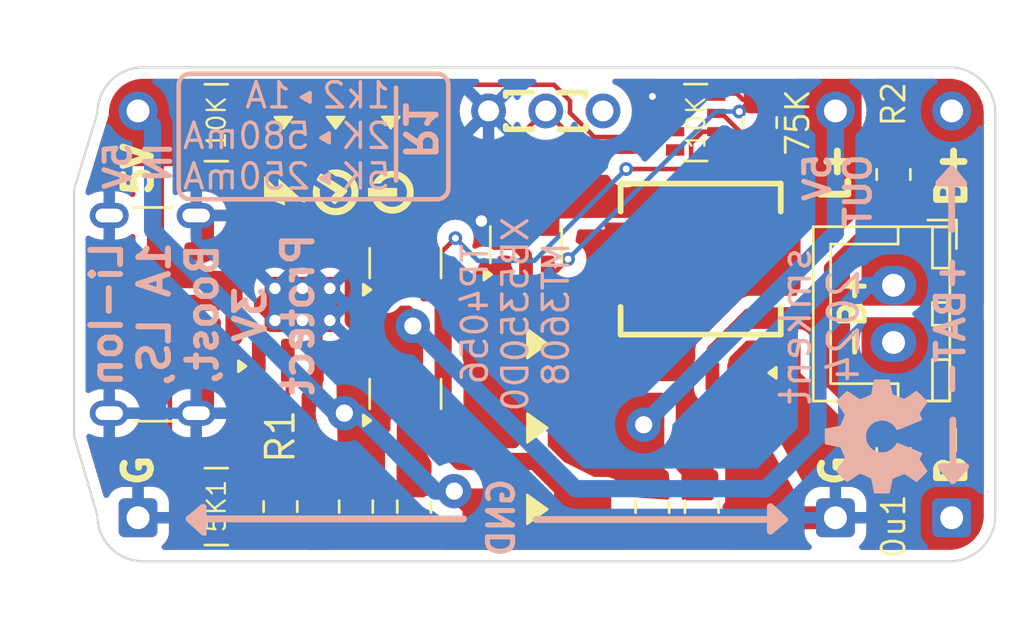
<source format=kicad_pcb>
(kicad_pcb (version 20240108) (generator "pcbnew") (generator_version "8.0")
  (layers (0 "F.Cu" signal) (31 "B.Cu" signal) (34 "B.Paste" user) (35 "F.Paste" user) (36 "B.SilkS" user "B.Silkscreen") (37 "F.SilkS" user "F.Silkscreen") (38 "B.Mask" user) (39 "F.Mask" user) (44 "Edge.Cuts" user))
  (net 0 "")
  (net 1 "GND")
  (net 2 "VIN")
  (net 3 "VOUT")
  (net 4 "B+")
  (net 5 "Net-(LED1-A)")
  (net 6 "Net-(LED1-K)")
  (net 7 "Net-(LED2-A)")
  (net 8 "Net-(LED2-K)")
  (net 9 "Net-(U1-PROG)")
  (net 10 "Net-(J0-CC1)")
  (net 11 "Net-(J0-CC2)")
  (net 14 "B-")
  (net 15 "BATVDD")
  (net 16 "BOOST")
  (net 17 "LOAD_SWITCH")
  (net 18 "Net-(D2-A)")
  (net 19 "Net-(LED3-A)")
  (net 20 "Net-(Q2-G)")
  (net 23 "Net-(RN3D-R4.1)")
  (footprint "Resistor_SMD:R_Array_Convex_4x0603" (layer "F.Cu") (at 125.338 111.2735)
    (property "Reference" "RN2" (hide yes))
    (property "Value" "5K1")
    (pad "1" smd rect (at -0.9 -1.2) (size 0.8 0.5) (layers "F.Cu" "F.Paste" "F.Mask") (net 11 "Net-(J0-CC2)"))
    (pad "2" smd rect (at -0.9 -0.4) (size 0.8 0.4) (layers "F.Cu" "F.Paste" "F.Mask") (net 10 "Net-(J0-CC1)"))
    (pad "3" smd rect (at -0.9 0.4) (size 0.8 0.4) (layers "F.Cu" "F.Paste" "F.Mask") (net 1 "GND"))
    (pad "4" smd rect (at -0.9 1.2) (size 0.8 0.5) (layers "F.Cu" "F.Paste" "F.Mask") (net 1 "GND"))
    (pad "5" smd rect (at 0.9 1.2) (size 0.8 0.5) (layers "F.Cu" "F.Paste" "F.Mask") (net 1 "GND"))
    (pad "6" smd rect (at 0.9 0.4) (size 0.8 0.4) (layers "F.Cu" "F.Paste" "F.Mask") (net 1 "GND"))
    (pad "7" smd rect (at 0.9 -0.4) (size 0.8 0.4) (layers "F.Cu" "F.Paste" "F.Mask") (net 1 "GND"))
    (pad "8" smd rect (at 0.9 -1.2) (size 0.8 0.5) (layers "F.Cu" "F.Paste" "F.Mask") (net 1 "GND"))
  )
  (footprint "Resistor_SMD:R_0805_2012Metric_Pad1.20x1.40mm_HandSolder" (layer "F.Cu") (at 128.143 111.2735 -90)
    (property "Reference" "R1" (hide yes))
    (property "Value" "1K2")
    (pad "1" smd roundrect (at -1 0 270) (size 1.2 1.4) (layers "F.Cu" "F.Paste" "F.Mask") (roundrect_rratio 0.208333) (net 9 "Net-(U1-PROG)"))
    (pad "2" smd roundrect (at 1 0 270) (size 1.2 1.4) (layers "F.Cu" "F.Paste" "F.Mask") (roundrect_rratio 0.208333) (net 1 "GND"))
  )
  (footprint "custom:SOIC-8-1EP_3.9x4.9mm_P1.27mm_EP2.41x3.3mm_ThermalVias_CustomVias" (layer "F.Cu") (at 129.102 102.437 90)
    (property "Reference" "U1" (hide yes))
    (property "Value" "TP4056")
    (pad "1" smd roundrect (at -2.475 -1.905 90) (size 1.95 0.6) (layers "F.Cu" "F.Paste" "F.Mask") (net 1 "GND"))
    (pad "2" smd roundrect (at -2.475 -0.635 90) (size 1.95 0.6) (layers "F.Cu" "F.Paste" "F.Mask") (net 9 "Net-(U1-PROG)"))
    (pad "3" smd roundrect (at -2.475 0.635 90) (size 1.95 0.6) (layers "F.Cu" "F.Paste" "F.Mask") (net 1 "GND"))
    (pad "4" smd roundrect (at -2.475 1.905 90) (size 1.95 0.6) (layers "F.Cu" "F.Paste" "F.Mask") (net 2 "VIN"))
    (pad "5" smd roundrect (at 2.475 1.905 90) (size 1.95 0.6) (layers "F.Cu" "F.Paste" "F.Mask") (net 4 "B+"))
    (pad "6" smd roundrect (at 2.475 0.635 90) (size 1.95 0.6) (layers "F.Cu" "F.Paste" "F.Mask") (net 8 "Net-(LED2-K)"))
    (pad "7" smd roundrect (at 2.475 -0.635 90) (size 1.95 0.6) (layers "F.Cu" "F.Paste" "F.Mask") (net 6 "Net-(LED1-K)"))
    (pad "8" smd roundrect (at 2.475 -1.905 90) (size 1.95 0.6) (layers "F.Cu" "F.Paste" "F.Mask") (net 2 "VIN"))
    (pad "9" thru_hole circle (at -0.7 -1.2 90) (size 0.8 0.8) (drill 0.5) (property pad_prop_heatsink) (layers "*.Cu") (net 1 "GND"))
    (pad "9" thru_hole circle (at -0.7 0 90) (size 0.8 0.8) (drill 0.5) (property pad_prop_heatsink) (layers "*.Cu") (net 1 "GND"))
    (pad "9" thru_hole circle (at -0.7 1.2 90) (size 0.8 0.8) (drill 0.5) (property pad_prop_heatsink) (layers "*.Cu") (net 1 "GND"))
    (pad "9" smd rect (at 0 0 90) (size 1.9 2.9) (property pad_prop_heatsink) (layers "B.Cu") (net 1 "GND"))
    (pad "9" smd roundrect (at 0 0 90) (size 2.41 3.3) (property pad_prop_heatsink) (layers "F.Cu" "F.Mask") (roundrect_rratio 0.1037344398) (net 1 "GND"))
    (pad "9" thru_hole circle (at 0.7 -1.2 90) (size 0.8 0.8) (drill 0.5) (property pad_prop_heatsink) (layers "*.Cu") (net 1 "GND"))
    (pad "9" thru_hole circle (at 0.7 0 90) (size 0.8 0.8) (drill 0.5) (property pad_prop_heatsink) (layers "*.Cu") (net 1 "GND"))
    (pad "9" thru_hole circle (at 0.7 1.2 90) (size 0.8 0.8) (drill 0.5) (property pad_prop_heatsink) (layers "*.Cu") (net 1 "GND"))
  )
  (footprint "custom:JST_XH_B2B-XH-A_1x02_P2.50mm_Vertical_simple" (layer "F.Cu") (at 154.94 101.6 -90)
    (property "Reference" "BT1" (hide yes))
    (property "Value" "Battery_Cell")
    (pad "1" thru_hole oval (at 0 0 270) (size 1.7 2) (drill 1) (layers "*.Cu" "*.Mask") (net 4 "B+"))
    (pad "2" thru_hole oval (at 2.5 0 270) (size 1.7 2) (drill 1) (layers "*.Cu" "*.Mask") (net 14 "B-"))
  )
  (footprint "custom:D_SMA_simple" (layer "F.Cu") (at 139.351 107.823 180)
    (property "Reference" "D2" (hide yes))
    (property "Value" "SS34")
    (pad "1" smd roundrect (at -2 0 180) (size 2.5 1.8) (layers "F.Cu" "F.Paste" "F.Mask") (roundrect_rratio 0.1388888889) (net 3 "VOUT"))
    (pad "2" smd roundrect (at 2 0 180) (size 2.5 1.8) (layers "F.Cu" "F.Paste" "F.Mask") (roundrect_rratio 0.1388888889) (net 18 "Net-(D2-A)"))
  )
  (footprint "custom:D_SMA_simple" (layer "F.Cu") (at 139.351 104.14 180)
    (property "Reference" "D3" (hide yes))
    (property "Value" "SS34")
    (pad "1" smd roundrect (at -2 0 180) (size 2.5 1.8) (layers "F.Cu" "F.Paste" "F.Mask") (roundrect_rratio 0.1388888889) (net 16 "BOOST"))
    (pad "2" smd roundrect (at 2 0 180) (size 2.5 1.8) (layers "F.Cu" "F.Paste" "F.Mask") (roundrect_rratio 0.1388888889) (net 18 "Net-(D2-A)"))
  )
  (footprint "Capacitor_SMD:C_0805_2012Metric_Pad1.18x1.45mm_HandSolder" (layer "F.Cu") (at 131.445 111.2735 -90)
    (property "Reference" "C1" (hide yes))
    (property "Value" "10uF")
    (pad "1" smd roundrect (at -1.0375 0 270) (size 1.175 1.45) (layers "F.Cu" "F.Paste" "F.Mask") (roundrect_rratio 0.212766) (net 2 "VIN"))
    (pad "2" smd roundrect (at 1.0375 0 270) (size 1.175 1.45) (layers "F.Cu" "F.Paste" "F.Mask") (roundrect_rratio 0.212766) (net 1 "GND"))
  )
  (footprint "graphics:icon-check-mark-circle-2mm" (layer "F.Cu") (at 130.55617 97.536 90)
    (property "Reference" "G***" (hide yes))
    (property "Value" "LOGO" (hide yes))
  )
  (footprint "Resistor_SMD:R_0805_2012Metric_Pad1.20x1.40mm_HandSolder" (layer "F.Cu") (at 149.098 94.488 90)
    (property "Reference" "R3" (hide yes))
    (property "Value" "75K")
    (pad "1" smd roundrect (at -1 0 90) (size 1.2 1.4) (layers "F.Cu" "F.Paste" "F.Mask") (roundrect_rratio 0.208333) (net 3 "VOUT"))
    (pad "2" smd roundrect (at 1 0 90) (size 1.2 1.4) (layers "F.Cu" "F.Paste" "F.Mask") (roundrect_rratio 0.208333) (net 23 "Net-(RN3D-R4.1)"))
  )
  (footprint "custom:LED_0805_2012Metric_Pad1.15x1.40mm_HandSolder_simple" (layer "F.Cu") (at 128.27 94.497 90)
    (property "Reference" "LED1" (hide yes))
    (property "Value" "Charge")
    (pad "1" smd roundrect (at -1.025 0 90) (size 1.15 1.4) (layers "F.Cu" "F.Paste" "F.Mask") (roundrect_rratio 0.217391) (net 6 "Net-(LED1-K)"))
    (pad "2" smd roundrect (at 1.025 0 90) (size 1.15 1.4) (layers "F.Cu" "F.Paste" "F.Mask") (roundrect_rratio 0.217391) (net 5 "Net-(LED1-A)"))
  )
  (footprint "Capacitor_SMD:C_0805_2012Metric_Pad1.18x1.45mm_HandSolder" (layer "F.Cu") (at 133.985 111.2735 90)
    (property "Reference" "C2" (hide yes))
    (property "Value" "10uF")
    (pad "1" smd roundrect (at -1.0375 0 90) (size 1.175 1.45) (layers "F.Cu" "F.Paste" "F.Mask") (roundrect_rratio 0.212766) (net 1 "GND"))
    (pad "2" smd roundrect (at 1.0375 0 90) (size 1.175 1.45) (layers "F.Cu" "F.Paste" "F.Mask") (roundrect_rratio 0.212766) (net 4 "B+"))
  )
  (footprint "graphics:icon-power-2mm" (layer "F.Cu") (at 132.969 97.536 90)
    (property "Reference" "G***" (hide yes))
    (property "Value" "LOGO" (hide yes))
  )
  (footprint "Package_TO_SOT_SMD:SOT-23-6" (layer "F.Cu") (at 138.877 99.8275 90)
    (property "Reference" "U3" (hide yes))
    (property "Value" "MT3608")
    (pad "1" smd roundrect (at -1.1375 -0.95 90) (size 1.325 0.6) (layers "F.Cu" "F.Paste" "F.Mask") (net 18 "Net-(D2-A)"))
    (pad "2" smd roundrect (at -1.1375 0 90) (size 1.325 0.6) (layers "F.Cu" "F.Paste" "F.Mask") (net 1 "GND"))
    (pad "3" smd roundrect (at -1.1375 0.95 90) (size 1.325 0.6) (layers "F.Cu" "F.Paste" "F.Mask") (net 23 "Net-(RN3D-R4.1)"))
    (pad "4" smd roundrect (at 1.1375 0.95 90) (size 1.325 0.6) (layers "F.Cu" "F.Paste" "F.Mask") (net 16 "BOOST"))
    (pad "5" smd roundrect (at 1.1375 0 90) (size 1.325 0.6) (layers "F.Cu" "F.Paste" "F.Mask") (net 16 "BOOST"))
    (pad "6" smd roundrect (at 1.1375 -0.95 90) (size 1.325 0.6) (layers "F.Cu" "F.Paste" "F.Mask"))
  )
  (footprint "custom:SOT-23-5_simple" (layer "F.Cu") (at 147.973 106.727 -90)
    (property "Reference" "U2" (hide yes))
    (property "Value" "XB5350D0")
    (pad "1" smd roundrect (at -1.1375 -0.95 270) (size 1.325 0.6) (layers "F.Cu" "F.Paste" "F.Mask"))
    (pad "2" smd roundrect (at -1.1375 0 270) (size 1.325 0.6) (layers "F.Cu" "F.Paste" "F.Mask") (net 14 "B-"))
    (pad "3" smd roundrect (at -1.1375 0.95 270) (size 1.325 0.6) (layers "F.Cu" "F.Paste" "F.Mask") (net 15 "BATVDD"))
    (pad "4" smd roundrect (at 1.1375 0.95 270) (size 1.325 0.6) (layers "F.Cu" "F.Paste" "F.Mask") (net 1 "GND"))
    (pad "5" smd roundrect (at 1.1375 -0.95 270) (size 1.325 0.6) (layers "F.Cu" "F.Paste" "F.Mask") (net 1 "GND"))
  )
  (footprint "Capacitor_SMD:C_0805_2012Metric_Pad1.18x1.45mm_HandSolder" (layer "F.Cu") (at 154.94 108.9875 90)
    (property "Reference" "C3" (hide yes))
    (property "Value" "0.1uF")
    (pad "1" smd roundrect (at -1.0375 0 90) (size 1.175 1.45) (layers "F.Cu" "F.Paste" "F.Mask") (roundrect_rratio 0.212766) (net 14 "B-"))
    (pad "2" smd roundrect (at 1.0375 0 90) (size 1.175 1.45) (layers "F.Cu" "F.Paste" "F.Mask") (roundrect_rratio 0.212766) (net 15 "BATVDD"))
  )
  (footprint "Resistor_SMD:R_Array_Convex_4x0603" (layer "F.Cu") (at 146.293 94.488 180)
    (property "Reference" "RN3" (hide yes))
    (property "Value" "10K")
    (pad "1" smd rect (at -0.9 -1.2 180) (size 0.8 0.5) (layers "F.Cu" "F.Paste" "F.Mask"))
    (pad "2" smd rect (at -0.9 -0.4 180) (size 0.8 0.4) (layers "F.Cu" "F.Paste" "F.Mask") (net 17 "LOAD_SWITCH"))
    (pad "3" smd rect (at -0.9 0.4 180) (size 0.8 0.4) (layers "F.Cu" "F.Paste" "F.Mask") (net 3 "VOUT"))
    (pad "4" smd rect (at -0.9 1.2 180) (size 0.8 0.5) (layers "F.Cu" "F.Paste" "F.Mask") (net 23 "Net-(RN3D-R4.1)"))
    (pad "5" smd rect (at 0.9 1.2 180) (size 0.8 0.5) (layers "F.Cu" "F.Paste" "F.Mask") (net 1 "GND"))
    (pad "6" smd rect (at 0.9 0.4 180) (size 0.8 0.4) (layers "F.Cu" "F.Paste" "F.Mask") (net 19 "Net-(LED3-A)"))
    (pad "7" smd rect (at 0.9 -0.4 180) (size 0.8 0.4) (layers "F.Cu" "F.Paste" "F.Mask") (net 20 "Net-(Q2-G)"))
    (pad "8" smd rect (at 0.9 -1.2 180) (size 0.8 0.5) (layers "F.Cu" "F.Paste" "F.Mask"))
  )
  (footprint "Capacitor_SMD:C_0805_2012Metric_Pad1.18x1.45mm_HandSolder" (layer "F.Cu") (at 146.558 111.2735 -90)
    (property "Reference" "C4" (hide yes))
    (property "Value" "10uF")
    (pad "1" smd roundrect (at -1.0375 0 270) (size 1.175 1.45) (layers "F.Cu" "F.Paste" "F.Mask") (roundrect_rratio 0.212766) (net 16 "BOOST"))
    (pad "2" smd roundrect (at 1.0375 0 270) (size 1.175 1.45) (layers "F.Cu" "F.Paste" "F.Mask") (roundrect_rratio 0.212766) (net 1 "GND"))
  )
  (footprint "Package_TO_SOT_SMD:SOT-23" (layer "F.Cu") (at 133.604 106.3475 90)
    (property "Reference" "Q1" (hide yes))
    (property "Value" "AO3401A")
    (pad "1" smd roundrect (at -0.9375 -0.95 90) (size 1.475 0.6) (layers "F.Cu" "F.Paste" "F.Mask") (net 2 "VIN"))
    (pad "2" smd roundrect (at -0.9375 0.95 90) (size 1.475 0.6) (layers "F.Cu" "F.Paste" "F.Mask") (net 17 "LOAD_SWITCH"))
    (pad "3" smd roundrect (at 0.9375 0 90) (size 1.475 0.6) (layers "F.Cu" "F.Paste" "F.Mask") (net 4 "B+"))
  )
  (footprint "custom:D_SMA_simple" (layer "F.Cu") (at 139.351 111.379 180)
    (property "Reference" "D1" (hide yes))
    (property "Value" "SS34")
    (pad "1" smd roundrect (at -2 0 180) (size 2.5 1.8) (layers "F.Cu" "F.Paste" "F.Mask") (roundrect_rratio 0.1388888889) (net 17 "LOAD_SWITCH"))
    (pad "2" smd roundrect (at 2 0 180) (size 2.5 1.8) (layers "F.Cu" "F.Paste" "F.Mask") (roundrect_rratio 0.1388888889) (net 2 "VIN"))
  )
  (footprint "custom:USB_C_Receptacle_GCT_USB4125-xx-x_6P_TopMnt_Horizontal_handsolder" (layer "F.Cu") (at 121.46 102.87 -90)
    (property "Reference" "J0" (hide yes))
    (property "Value" "USB_C_Receptacle_PowerOnly_6P")
    (pad "A5" smd roundrect (at -0.5 -3.28 270) (size 0.7 1.6) (layers "F.Cu" "F.Paste" "F.Mask") (net 10 "Net-(J0-CC1)"))
    (pad "A9" smd roundrect (at 1.52 -3.28 90) (size 0.76 1.6) (layers "F.Cu" "F.Paste" "F.Mask") (net 2 "VIN"))
    (pad "A12" smd roundrect (at 2.75 -3.28 90) (size 0.8 1.6) (layers "F.Cu" "F.Paste" "F.Mask") (net 1 "GND"))
    (pad "B5" smd roundrect (at 0.5 -3.28 90) (size 0.7 1.6) (layers "F.Cu" "F.Paste" "F.Mask") (net 11 "Net-(J0-CC2)"))
    (pad "B9" smd roundrect (at -1.52 -3.28 270) (size 0.76 1.6) (layers "F.Cu" "F.Paste" "F.Mask") (net 2 "VIN"))
    (pad "B12" smd roundrect (at -2.75 -3.28 270) (size 0.8 1.6) (layers "F.Cu" "F.Paste" "F.Mask") (net 1 "GND"))
    (pad "S1" thru_hole oval (at -4.32 -3 270) (size 1.1 1.7) (drill oval 0.6 1.2) (layers "*.Cu" "*.Mask" "F.Paste") (net 1 "GND"))
    (pad "S1" thru_hole oval (at -4.32 0.8 270) (size 1.1 1.7) (drill oval 0.6 1.2) (layers "*.Cu" "*.Mask" "F.Paste") (net 1 "GND"))
    (pad "S1" thru_hole oval (at 4.32 -3 270) (size 1.1 1.7) (drill oval 0.6 1.2) (layers "*.Cu" "*.Mask" "F.Paste") (net 1 "GND"))
    (pad "S1" thru_hole oval (at 4.32 0.8 270) (size 1.1 1.7) (drill oval 0.6 1.2) (layers "*.Cu" "*.Mask" "F.Paste") (net 1 "GND"))
  )
  (footprint "Resistor_SMD:R_0805_2012Metric_Pad1.20x1.40mm_HandSolder" (layer "F.Cu") (at 154.94 96.758 -90)
    (property "Reference" "R2" (hide yes))
    (property "Value" "100R")
    (pad "1" smd roundrect (at -1 0 270) (size 1.2 1.4) (layers "F.Cu" "F.Paste" "F.Mask") (roundrect_rratio 0.208333) (net 4 "B+"))
    (pad "2" smd roundrect (at 1 0 270) (size 1.2 1.4) (layers "F.Cu" "F.Paste" "F.Mask") (roundrect_rratio 0.208333) (net 15 "BATVDD"))
  )
  (footprint "Package_TO_SOT_SMD:SOT-23" (layer "F.Cu") (at 133.604 100.6325 90)
    (property "Reference" "Q2" (hide yes))
    (property "Value" "AO3401A")
    (pad "1" smd roundrect (at -0.9375 -0.95 90) (size 1.475 0.6) (layers "F.Cu" "F.Paste" "F.Mask") (net 20 "Net-(Q2-G)"))
    (pad "2" smd roundrect (at -0.9375 0.95 90) (size 1.475 0.6) (layers "F.Cu" "F.Paste" "F.Mask") (net 17 "LOAD_SWITCH"))
    (pad "3" smd roundrect (at 0.9375 0 90) (size 1.475 0.6) (layers "F.Cu" "F.Paste" "F.Mask") (net 16 "BOOST"))
  )
  (footprint "Capacitor_SMD:C_0805_2012Metric_Pad1.18x1.45mm_HandSolder" (layer "F.Cu") (at 144.399 111.2735 -90)
    (property "Reference" "C5" (hide yes))
    (property "Value" "10uF")
    (pad "1" smd roundrect (at -1.0375 0 270) (size 1.175 1.45) (layers "F.Cu" "F.Paste" "F.Mask") (roundrect_rratio 0.212766) (net 3 "VOUT"))
    (pad "2" smd roundrect (at 1.0375 0 270) (size 1.175 1.45) (layers "F.Cu" "F.Paste" "F.Mask") (roundrect_rratio 0.212766) (net 1 "GND"))
  )
  (footprint "custom:LED_0805_2012Metric_Pad1.15x1.40mm_HandSolder_simple" (layer "F.Cu") (at 130.556 94.497 90)
    (property "Reference" "LED2" (hide yes))
    (property "Value" "Done")
    (pad "1" smd roundrect (at -1.025 0 90) (size 1.15 1.4) (layers "F.Cu" "F.Paste" "F.Mask") (roundrect_rratio 0.217391) (net 8 "Net-(LED2-K)"))
    (pad "2" smd roundrect (at 1.025 0 90) (size 1.15 1.4) (layers "F.Cu" "F.Paste" "F.Mask") (roundrect_rratio 0.217391) (net 7 "Net-(LED2-A)"))
  )
  (footprint "custom:SW-TH_DEALON_SS-12D01-GX_simple" (layer "F.Cu") (at 139.74 93.98 180)
    (property "Reference" "SW1" (hide yes))
    (property "Value" "SW_SPDT")
    (pad "1" thru_hole circle (at -2.5 0 180) (size 1.52 1.52) (drill 0.9144) (layers "*.Cu" "*.Mask"))
    (pad "2" thru_hole circle (at 0 0 180) (size 1.52 1.52) (drill 0.9144) (layers "*.Cu" "*.Mask") (net 20 "Net-(Q2-G)"))
    (pad "3" thru_hole circle (at 2.5 0 180) (size 1.52 1.52) (drill 0.9144) (layers "*.Cu" "*.Mask") (net 1 "GND"))
  )
  (footprint "lcsc:IND-SMD_L7.0-W6.6" (layer "F.Cu") (at 146.51 100.457 180)
    (property "Reference" "L1" (hide yes))
    (property "Value" "22uH")
    (pad "1" smd rect (at -3 0 180) (size 2.4 3.2) (layers "F.Cu" "F.Paste" "F.Mask") (net 16 "BOOST"))
    (pad "2" smd rect (at 3 0 180) (size 2.4 3.2) (layers "F.Cu" "F.Paste" "F.Mask") (net 18 "Net-(D2-A)"))
  )
  (footprint "Resistor_SMD:R_Array_Convex_4x0603" (layer "F.Cu") (at 125.338 94.497 180)
    (property "Reference" "RN1" (hide yes))
    (property "Value" "10K")
    (pad "1" smd rect (at -0.9 -1.2 180) (size 0.8 0.5) (layers "F.Cu" "F.Paste" "F.Mask") (net 1 "GND"))
    (pad "2" smd rect (at -0.9 -0.4 180) (size 0.8 0.4) (layers "F.Cu" "F.Paste" "F.Mask") (net 7 "Net-(LED2-A)"))
    (pad "3" smd rect (at -0.9 0.4 180) (size 0.8 0.4) (layers "F.Cu" "F.Paste" "F.Mask") (net 5 "Net-(LED1-A)"))
    (pad "4" smd rect (at -0.9 1.2 180) (size 0.8 0.5) (layers "F.Cu" "F.Paste" "F.Mask"))
    (pad "5" smd rect (at 0.9 1.2 180) (size 0.8 0.5) (layers "F.Cu" "F.Paste" "F.Mask"))
    (pad "6" smd rect (at 0.9 0.4 180) (size 0.8 0.4) (layers "F.Cu" "F.Paste" "F.Mask") (net 2 "VIN"))
    (pad "7" smd rect (at 0.9 -0.4 180) (size 0.8 0.4) (layers "F.Cu" "F.Paste" "F.Mask") (net 2 "VIN"))
    (pad "8" smd rect (at 0.9 -1.2 180) (size 0.8 0.5) (layers "F.Cu" "F.Paste" "F.Mask") (net 2 "VIN"))
  )
  (footprint "custom:LED_0805_2012Metric_Pad1.15x1.40mm_HandSolder_simple" (layer "F.Cu") (at 132.969 94.488 90)
    (property "Reference" "LED3" (hide yes))
    (property "Value" "Boost")
    (pad "1" smd roundrect (at -1.025 0 90) (size 1.15 1.4) (layers "F.Cu" "F.Paste" "F.Mask") (roundrect_rratio 0.217391) (net 1 "GND"))
    (pad "2" smd roundrect (at 1.025 0 90) (size 1.15 1.4) (layers "F.Cu" "F.Paste" "F.Mask") (roundrect_rratio 0.217391) (net 19 "Net-(LED3-A)"))
  )
  (footprint "graphics:icon-lightning-bolt-2mm" (layer "F.Cu") (at 128.259888 97.536 90)
    (property "Reference" "G***" (hide yes))
    (property "Value" "LOGO" (hide yes))
  )
  (footprint "custom:PinHeader_1x01_P2.54mm_simple_square" (layer "B.Cu") (at 157.48 111.76 -90)
    (property "Reference" "J4" (hide yes))
    (property "Value" "Conn_01x01")
    (pad "1" thru_hole roundrect (at 0 0 270) (size 1.7 1.7) (drill 1) (layers "*.Cu" "*.Mask") (roundrect_rratio 0.1470588235) (net 14 "B-"))
  )
  (footprint "custom:PinHeader_1x01_P2.54mm_simple_square" (layer "B.Cu") (at 121.92 111.76 180)
    (property "Reference" "J2" (hide yes))
    (property "Value" "Conn_01x01")
    (pad "1" thru_hole roundrect (at 0 0 180) (size 1.7 1.7) (drill 1) (layers "*.Cu" "*.Mask") (roundrect_rratio 0.1470588235) (net 1 "GND"))
  )
  (footprint "custom:PinHeader_1x01_P2.54mm_simple" (layer "B.Cu") (at 121.92 93.98 180)
    (property "Reference" "J1" (hide yes))
    (property "Value" "Conn_01x01")
    (pad "1" thru_hole oval (at 0 0 180) (size 1.7 1.7) (drill 1) (layers "*.Cu" "*.Mask") (net 2 "VIN"))
  )
  (footprint "custom:PinHeader_1x01_P2.54mm_simple" (layer "B.Cu") (at 152.4 93.98 -90)
    (property "Reference" "J5" (hide yes))
    (property "Value" "Conn_01x01")
    (pad "1" thru_hole oval (at 0 0 270) (size 1.7 1.7) (drill 1) (layers "*.Cu" "*.Mask") (net 3 "VOUT"))
  )
  (footprint "custom:PinHeader_1x01_P2.54mm_simple_square" (layer "B.Cu") (at 152.4 111.76 180)
    (property "Reference" "J6" (hide yes))
    (property "Value" "Conn_01x01")
    (pad "1" thru_hole roundrect (at 0 0 180) (size 1.7 1.7) (drill 1) (layers "*.Cu" "*.Mask") (roundrect_rratio 0.1470588235) (net 1 "GND"))
  )
  (footprint "graphics:oshw-logo-5mm" (layer "B.Cu") (at 154.178 108.204 -90)
    (property "Reference" "G***" (hide yes))
    (property "Value" "LOGO" (hide yes))
  )
  (footprint "custom:PinHeader_1x01_P2.54mm_simple" (layer "B.Cu") (at 157.48 93.98 -90)
    (property "Reference" "J3" (hide yes))
    (property "Value" "Conn_01x01")
    (pad "1" thru_hole oval (at 0 0 270) (size 1.7 1.7) (drill 1) (layers "*.Cu" "*.Mask") (net 4 "B+"))
  )
  (gr_line (start 136.144 111.8108) (end 124.1552 111.8108) (stroke (width 0.3)) (layer "B.SilkS"))
  (gr_poly (pts (xy 150.1648 111.8362) (xy 149.5552 111.2774) (xy 149.5552 112.3442)) (stroke (width 0.3)) (fill solid) (layer "B.SilkS"))
  (gr_poly (pts (arc (start 134.9836 97.8408) (mid 135.337153 97.694353) (end 135.4836 97.3408)) (arc (start 135.4836 92.8544) (mid 135.337153 92.500847) (end 134.9836 92.3544)) (arc (start 124.198 92.3544) (mid 123.844447 92.500847) (end 123.698 92.8544)) (arc (start 123.698 97.3408) (mid 123.844447 97.694353) (end 124.198 97.8408))) (stroke (width 0.2)) (fill none) (layer "B.SilkS"))
  (gr_line (start 157.5308 107.4928) (end 157.5308 110.1344) (stroke (width 0.3)) (layer "B.SilkS"))
  (gr_poly (pts (xy 157.48 96.52) (xy 156.9212 97.1296) (xy 157.988 97.1296)) (stroke (width 0.3)) (fill solid) (layer "B.SilkS"))
  (gr_poly (pts (xy 157.5308 110.1344) (xy 158.0896 109.5248) (xy 157.0228 109.5248)) (stroke (width 0.3)) (fill solid) (layer "B.SilkS"))
  (gr_line (start 157.48 99.1616) (end 157.48 96.52) (stroke (width 0.3)) (layer "B.SilkS"))
  (gr_line (start 133.1976 92.964) (end 133.1976 97.028) (stroke (width 0.2)) (layer "B.SilkS"))
  (gr_poly (pts (xy 124.1552 111.8108) (xy 124.7648 112.3696) (xy 124.7648 111.3028)) (stroke (width 0.3)) (fill solid) (layer "B.SilkS"))
  (gr_line (start 139.319 111.8362) (end 150.1648 111.8362) (stroke (width 0.3)) (layer "B.SilkS"))
  (gr_poly (pts (xy 157.385 92.075) (xy 157.527863 92.077516) (xy 157.81068 92.118179) (xy 158.084832 92.198677) (xy 158.344738 92.317372) (xy 158.585105 92.471847) (xy 158.801042 92.658958) (xy 158.988153 92.874895) (xy 159.142628 93.115262) (xy 159.261323 93.375168) (xy 159.341821 93.64932) (xy 159.382484 93.932137) (xy 159.385 94.075) (xy 159.385 111.665) (xy 159.382484 111.807863) (xy 159.341821 112.09068) (xy 159.261323 112.364832) (xy 159.142628 112.624738) (xy 158.988153 112.865105) (xy 158.801042 113.081042) (xy 158.585105 113.268153) (xy 158.344738 113.422628) (xy 158.084832 113.541323) (xy 157.81068 113.621821) (xy 157.527863 113.662484) (xy 157.385 113.665) (xy 149.447 113.665) (xy 139.541 113.665) (xy 122.142 113.665) (xy 121.999137 113.662484) (xy 121.71632 113.621821) (xy 121.442168 113.541323) (xy 121.182262 113.422628) (xy 120.941895 113.268153) (xy 120.725958 113.081042) (xy 120.538847 112.865105) (xy 120.384372 112.624738) (xy 120.265677 112.364832) (xy 120.185179 112.09068) (xy 120.144516 111.807863) (xy 120.142 111.665) (xy 119.126 108.204) (xy 119.126 97.409) (xy 120.142 94.075) (xy 120.144516 93.932137) (xy 120.185179 93.64932) (xy 120.265677 93.375168) (xy 120.384372 93.115262) (xy 120.538847 92.874895) (xy 120.725958 92.658958) (xy 120.941895 92.471847) (xy 121.182262 92.317372) (xy 121.442168 92.198677) (xy 121.71632 92.118179) (xy 121.999137 92.077516) (xy 122.142 92.075)) (stroke (width 0.1)) (fill none) (layer "Edge.Cuts"))
  (gr_text "R1" (at 134.2136 94.7928 270) (layer "B.SilkS") (effects (font (size 1.3 1.3) (thickness 0.26) (bold yes)) (justify mirror)))
  (gr_text "1k2‣1A\n2K‣580mA\n5K‣250mA" (at 133.0452 92.6592 0) (layer "B.SilkS") (effects (font (size 1.1 1.1)) (justify left top mirror)))
  (gr_text "TP4056\nXB5350D0\nMT3608" (at 136 102.87 90) (layer "B.SilkS") (effects (font (size 1.1 1.1)) (justify top mirror)))
  (gr_text "Li-Ion\n1A LS,\nBoost,\n3V\nProtect" (at 119.7864 102.87 90) (layer "B.SilkS") (effects (font (size 1.3 1.3) (thickness 0.26) (bold yes)) (justify top mirror)))
  (gr_text "5V\nOUT" (at 152.5016 95.758 90) (layer "B.SilkS") (effects (font (size 1.1 1.1) (thickness 0.22) (bold yes)) (justify left mirror)))
  (gr_text "5V\nIN" (at 121.92 95.25 90) (layer "B.SilkS") (effects (font (size 1.1 1.1) (thickness 0.22) (bold yes)) (justify left mirror)))
  (gr_text "smkent\n2024" (at 153.5176 103.378 90) (layer "B.SilkS") (effects (font (size 1.3 1.3) (thickness 0.1625)) (justify bottom mirror)))
  (gr_text "GND" (at 137.795 111.76 90) (layer "B.SilkS") (effects (font (size 1.1 1.1) (thickness 0.22) (bold yes)) (justify mirror)))
  (gr_text "+BAT-" (at 157.4292 103.378 90) (layer "B.SilkS") (effects (font (size 1.2 1.2) (thickness 0.24) (bold yes)) (justify mirror)))
  (gr_text "G" (at 121.92 110.49 90) (layer "F.SilkS") (effects (font (size 1.2 1.2) (thickness 0.3) (bold yes)) (justify left)))
  (gr_text "B+" (at 157.48 95.25 90) (layer "F.SilkS") (effects (font (size 1.2 1.2) (thickness 0.3) (bold yes)) (justify right)))
  (gr_text "5K1" (at 125.349 111.252 90) (layer "F.SilkS") (effects (font (size 0.8 0.8) (thickness 0.1))))
  (gr_text "L+" (at 152.4 95.25 90) (layer "F.SilkS") (effects (font (size 1.2 1.2) (thickness 0.3) (bold yes)) (justify right)))
  (gr_text "B-" (at 157.48 110.49 90) (layer "F.SilkS") (effects (font (size 1.2 1.2) (thickness 0.3) (bold yes)) (justify left)))
  (gr_text "R1" (at 128.143 109.473998 90) (layer "F.SilkS") (effects (font (size 1.2 1.2)) (justify left)))
  (gr_text "75K" (at 150.749 94.488 90) (layer "F.SilkS") (effects (font (size 1 1) (thickness 0.125))))
  (gr_text "R2" (at 154.94 94.742 90) (layer "F.SilkS") (effects (font (size 1 1) (thickness 0.125)) (justify left)))
  (gr_text "10K" (at 125.349 94.488 90) (layer "F.SilkS") (effects (font (size 0.8 0.8) (thickness 0.1))))
  (gr_text "-B+" (at 153.162 102.87 90) (layer "F.SilkS") (effects (font (size 1.1 1.1) (thickness 0.22) (bold yes))))
  (gr_text "10K" (at 146.304 94.488 90) (layer "F.SilkS") (effects (font (size 0.8 0.8) (thickness 0.1))))
  (gr_text "G" (at 152.4 110.49 90) (layer "F.SilkS") (effects (font (size 1.2 1.2) (thickness 0.3) (bold yes)) (justify left)))
  (gr_text "5V" (at 121.92 95.25 90) (layer "F.SilkS") (effects (font (size 1.2 1.2) (thickness 0.3) (bold yes)) (justify right)))
  (gr_text "0u1" (at 154.94 112.141 90) (layer "F.SilkS") (effects (font (size 1 1) (thickness 0.125))))
  (segment (start 137.177 99.041071) (end 137.177 99.455184) (width 0.5) (layer "F.Cu") (net 1))
  (segment (start 147.658 112.311) (end 144.399 112.311) (width 1) (layer "F.Cu") (net 1))
  (segment (start 124.74 100.12) (end 124.74 98.83) (width 1) (layer "F.Cu") (net 1))
  (segment (start 131.4075 112.2735) (end 131.445 112.311) (width 0.75) (layer "F.Cu") (net 1))
  (segment (start 124.74 106.91) (end 124.46 107.19) (width 1) (layer "F.Cu") (net 1))
  (segment (start 138.877 100.269) (end 138.877 100.965) (width 0.5) (layer "F.Cu") (net 1))
  (segment (start 124.74 98.83) (end 124.46 98.55) (width 1) (layer "F.Cu") (net 1))
  (segment (start 124.74 105.62) (end 124.74 106.91) (width 1) (layer "F.Cu") (net 1))
  (segment (start 128.143 112.2735) (end 131.4075 112.2735) (width 0.75) (layer "F.Cu") (net 1))
  (segment (start 148.082 107.8645) (end 148.923 107.8645) (width 1) (layer "F.Cu") (net 1))
  (segment (start 146.558 112.311) (end 144.399 112.311) (width 0.75) (layer "F.Cu") (net 1))
  (segment (start 148.082 107.8645) (end 148.082 111.633) (width 1) (layer "F.Cu") (net 1))
  (segment (start 137.524316 99.8025) (end 138.4105 99.8025) (width 0.5) (layer "F.Cu") (net 1))
  (segment (start 147.023 107.8645) (end 148.082 107.8645) (width 1) (layer "F.Cu") (net 1))
  (segment (start 148.209 111.76) (end 147.658 112.311) (width 1) (layer "F.Cu") (net 1))
  (segment (start 148.082 111.633) (end 148.209 111.76) (width 1) (layer "F.Cu") (net 1))
  (segment (start 136.927001 98.791072) (end 137.177 99.041071) (width 0.5) (layer "F.Cu") (net 1))
  (segment (start 144.456 93.288) (end 144.399 93.345) (width 0.2) (layer "F.Cu") (net 1))
  (segment (start 145.393 93.288) (end 144.456 93.288) (width 0.2) (layer "F.Cu") (net 1))
  (segment (start 148.209 111.76) (end 152.4 111.76) (width 1) (layer "F.Cu") (net 1))
  (segment (start 131.445 112.311) (end 133.985 112.311) (width 0.75) (layer "F.Cu") (net 1))
  (segment (start 137.177 99.455184) (end 137.524316 99.8025) (width 0.5) (layer "F.Cu") (net 1))
  (segment (start 138.4105 99.8025) (end 138.877 100.269) (width 0.5) (layer "F.Cu") (net 1))
  (via (at 144.399 93.345) (size 0.6) (drill 0.3) (layers "F.Cu" "B.Cu") (net 1))
  (via (at 136.927001 98.791072) (size 1) (drill 0.5) (layers "F.Cu" "B.Cu") (net 1))
  (segment (start 143.129 95.631) (end 138.891 95.631) (width 0.2) (layer "B.Cu") (net 1))
  (segment (start 137.24 98.478073) (end 137.24 93.98) (width 0.5) (layer "B.Cu") (net 1))
  (segment (start 144.399 94.361) (end 143.129 95.631) (width 0.2) (layer "B.Cu") (net 1))
  (segment (start 144.399 93.345) (end 144.399 94.361) (width 0.2) (layer "B.Cu") (net 1))
  (segment (start 138.891 95.631) (end 137.24 93.98) (width 0.2) (layer "B.Cu") (net 1))
  (segment (start 136.927001 98.791072) (end 137.24 98.478073) (width 0.5) (layer "B.Cu") (net 1))
  (segment (start 124.438 94.097) (end 124.438 95.697) (width 0.2) (layer "F.Cu") (net 2))
  (segment (start 123.94 101.35) (end 122.682 100.092) (width 0.75) (layer "F.Cu") (net 2))
  (segment (start 126.115 101.87949) (end 126.115 103.86051) (width 0.75) (layer "F.Cu") (net 2))
  (segment (start 135.740371 110.596844) (end 136.522527 111.379) (width 0.75) (layer "F.Cu") (net 2))
  (segment (start 122.682 94.742) (end 121.92 93.98) (width 0.75) (layer "F.Cu") (net 2))
  (segment (start 125.809 101.35) (end 124.74 101.35) (width 0.75) (layer "F.Cu") (net 2))
  (segment (start 131.445 108.494) (end 131.445 110.236) (width 0.75) (layer "F.Cu") (net 2))
  (segment (start 131.007 105.638) (end 132.654 107.285) (width 0.75) (layer "F.Cu") (net 2))
  (segment (start 131.007 104.912) (end 131.007 107.118) (width 0.75) (layer "F.Cu") (net 2))
  (segment (start 126.115 103.86051) (end 125.58551 104.39) (width 0.75) (layer "F.Cu") (net 2))
  (segment (start 132.654 107.285) (end 131.445 108.494) (width 0.75) (layer "F.Cu") (net 2))
  (segment (start 125.58551 104.39) (end 124.74 104.39) (width 0.75) (layer "F.Cu") (net 2))
  (segment (start 125.58551 101.35) (end 126.115 101.87949) (width 0.75) (layer "F.Cu") (net 2))
  (segment (start 131.007 104.912) (end 131.007 105.638) (width 0.75) (layer "F.Cu") (net 2))
  (segment (start 127.197 99.962) (end 125.809 101.35) (width 0.75) (layer "F.Cu") (net 2))
  (segment (start 124.74 101.35) (end 125.58551 101.35) (width 0.75) (layer "F.Cu") (net 2))
  (segment (start 131.007 107.118) (end 130.937 107.188) (width 0.75) (layer "F.Cu") (net 2))
  (segment (start 136.522527 111.379) (end 137.351 111.379) (width 0.75) (layer "F.Cu") (net 2))
  (segment (start 124.74 101.35) (end 123.94 101.35) (width 0.75) (layer "F.Cu") (net 2))
  (segment (start 122.682 100.092) (end 122.682 94.742) (width 0.75) (layer "F.Cu") (net 2))
  (via (at 135.740371 110.596844) (size 1.5) (drill 0.75) (layers "F.Cu" "B.Cu") (net 2))
  (via (at 130.937 107.188) (size 1.5) (drill 0.75) (layers "F.Cu" "B.Cu") (net 2))
  (segment (start 130.556 107.188) (end 122.555 99.187) (width 0.75) (layer "B.Cu") (net 2))
  (segment (start 122.555 99.187) (end 122.555 94.615) (width 0.75) (layer "B.Cu") (net 2))
  (segment (start 135.740371 110.596844) (end 134.921845 110.596844) (width 0.75) (layer "B.Cu") (net 2))
  (segment (start 130.937 107.188) (end 130.556 107.188) (width 0.75) (layer "B.Cu") (net 2))
  (segment (start 134.921845 110.596844) (end 131.513001 107.188) (width 0.75) (layer "B.Cu") (net 2))
  (segment (start 122.555 94.615) (end 121.92 93.98) (width 0.75) (layer "B.Cu") (net 2))
  (segment (start 131.513001 107.188) (end 130.937 107.188) (width 0.75) (layer "B.Cu") (net 2))
  (segment (start 141.351 107.823) (end 141.986 107.823) (width 0.75) (layer "F.Cu") (net 3))
  (segment (start 147.428 94.088) (end 148.828 95.488) (width 0.2) (layer "F.Cu") (net 3))
  (segment (start 144.018 107.696) (end 141.478 107.696) (width 0.75) (layer "F.Cu") (net 3))
  (segment (start 141.986 107.823) (end 144.399 110.236) (width 0.75) (layer "F.Cu") (net 3))
  (segment (start 150.892 95.488) (end 152.4 93.98) (width 0.75) (layer "F.Cu") (net 3))
  (segment (start 147.193 94.088) (end 147.428 94.088) (width 0.2) (layer "F.Cu") (net 3))
  (segment (start 149.098 95.488) (end 150.892 95.488) (width 0.75) (layer "F.Cu") (net 3))
  (segment (start 148.828 95.488) (end 149.098 95.488) (width 0.2) (layer "F.Cu") (net 3))
  (segment (start 141.478 107.696) (end 141.351 107.823) (width 0.75) (layer "F.Cu") (net 3))
  (via (at 144.018 107.696) (size 1.5) (drill 0.75) (layers "F.Cu" "B.Cu") (net 3))
  (segment (start 152.4 93.98) (end 152.4 99.314) (width 0.75) (layer "B.Cu") (net 3))
  (segment (start 152.4 99.314) (end 144.018 107.696) (width 0.75) (layer "B.Cu") (net 3))
  (segment (start 131.327 100.282) (end 131.327 103.133) (width 0.75) (layer "F.Cu") (net 4))
  (segment (start 133.604 103.704) (end 133.93 103.378) (width 0.75) (layer "F.Cu") (net 4))
  (segment (start 156.718 93.98) (end 154.94 95.758) (width 0.75) (layer "F.Cu") (net 4))
  (segment (start 133.604 105.41) (end 133.604 103.704) (width 0.75) (layer "F.Cu") (net 4))
  (segment (start 154.94 95.758) (end 154.94 95.784346) (width 0.75) (layer "F.Cu") (net 4))
  (segment (start 156.215 100.325) (end 154.94 101.6) (width 0.75) (layer "F.Cu") (net 4))
  (segment (start 133.604 109.855) (end 133.985 110.236) (width 0.75) (layer "F.Cu") (net 4))
  (segment (start 131.007 99.962) (end 131.327 100.282) (width 0.75) (layer "F.Cu") (net 4))
  (segment (start 131.327 103.133) (end 133.604 105.41) (width 0.75) (layer "F.Cu") (net 4))
  (segment (start 156.215 97.059346) (end 156.215 100.325) (width 0.75) (layer "F.Cu") (net 4))
  (segment (start 157.48 93.98) (end 156.718 93.98) (width 0.75) (layer "F.Cu") (net 4))
  (segment (start 133.604 105.41) (end 133.604 109.855) (width 0.75) (layer "F.Cu") (net 4))
  (segment (start 154.94 95.784346) (end 156.215 97.059346) (width 0.75) (layer "F.Cu") (net 4))
  (via (at 133.93 103.378) (size 1.5) (drill 0.75) (layers "F.Cu" "B.Cu") (net 4))
  (segment (start 149.352 110.49) (end 151.638 108.204) (width 0.75) (layer "B.Cu") (net 4))
  (segment (start 141.042 110.49) (end 149.352 110.49) (width 0.75) (layer "B.Cu") (net 4))
  (segment (start 153.797 101.6) (end 154.94 101.6) (width 0.75) (layer "B.Cu") (net 4))
  (segment (start 151.638 103.759) (end 153.797 101.6) (width 0.75) (layer "B.Cu") (net 4))
  (segment (start 133.93 103.378) (end 141.042 110.49) (width 0.75) (layer "B.Cu") (net 4))
  (segment (start 151.638 108.204) (end 151.638 103.759) (width 0.75) (layer "B.Cu") (net 4))
  (segment (start 128.27 93.472) (end 128.143 93.472) (width 0.2) (layer "F.Cu") (net 5))
  (segment (start 127.518 94.097) (end 126.238 94.097) (width 0.2) (layer "F.Cu") (net 5))
  (segment (start 128.143 93.472) (end 127.518 94.097) (width 0.2) (layer "F.Cu") (net 5))
  (segment (start 128.778 99.651) (end 128.467 99.962) (width 0.2) (layer "F.Cu") (net 6))
  (segment (start 128.27 95.522) (end 128.778 96.03) (width 0.2) (layer "F.Cu") (net 6))
  (segment (start 128.778 96.03) (end 128.778 99.651) (width 0.2) (layer "F.Cu") (net 6))
  (segment (start 126.238 94.897) (end 126.488 94.647) (width 0.2) (layer "F.Cu") (net 7))
  (segment (start 129.381 94.647) (end 130.556 93.472) (width 0.2) (layer "F.Cu") (net 7))
  (segment (start 126.488 94.647) (end 129.381 94.647) (width 0.2) (layer "F.Cu") (net 7))
  (segment (start 129.413 99.638) (end 129.737 99.962) (width 0.2) (layer "F.Cu") (net 8))
  (segment (start 130.556 95.522) (end 129.413 96.665) (width 0.2) (layer "F.Cu") (net 8))
  (segment (start 129.413 96.665) (end 129.413 99.638) (width 0.2) (layer "F.Cu") (net 8))
  (segment (start 128.467 104.912) (end 128.467 109.9495) (width 0.2) (layer "F.Cu") (net 9))
  (segment (start 128.467 109.9495) (end 128.143 110.2735) (width 0.2) (layer "F.Cu") (net 9))
  (segment (start 124.263398 102.37) (end 124.74 102.37) (width 0.2) (layer "F.Cu") (net 10))
  (segment (start 124.438 110.8735) (end 123.838 110.8735) (width 0.2) (layer "F.Cu") (net 10))
  (segment (start 122.91 103.723398) (end 124.263398 102.37) (width 0.2) (layer "F.Cu") (net 10))
  (segment (start 123.838 110.8735) (end 122.91 109.9455) (width 0.2) (layer "F.Cu") (net 10))
  (segment (start 122.91 109.9455) (end 122.91 103.723398) (width 0.2) (layer "F.Cu") (net 10))
  (segment (start 123.31 108.9455) (end 123.31 104.32177) (width 0.2) (layer "F.Cu") (net 11))
  (segment (start 124.438 110.0735) (end 123.31 108.9455) (width 0.2) (layer "F.Cu") (net 11))
  (segment (start 123.31 104.32177) (end 124.26177 103.37) (width 0.2) (layer "F.Cu") (net 11))
  (segment (start 124.26177 103.37) (end 124.74 103.37) (width 0.2) (layer "F.Cu") (net 11))
  (segment (start 147.973 105.5895) (end 147.973 106.251999) (width 0.5) (layer "F.Cu") (net 14))
  (segment (start 147.973 106.251999) (end 148.423001 106.702) (width 0.5) (layer "F.Cu") (net 14))
  (segment (start 147.973 105.5895) (end 147.973 104.927001) (width 0.5) (layer "F.Cu") (net 14))
  (segment (start 148.506001 104.394) (end 149.479 104.394) (width 0.5) (layer "F.Cu") (net 14))
  (segment (start 154.94 104.1) (end 157.48 106.64) (width 0.75) (layer "F.Cu") (net 14))
  (segment (start 151.617 106.702) (end 154.94 110.025) (width 0.5) (layer "F.Cu") (net 14))
  (segment (start 151.003 105.918) (end 151.003 108.331) (width 0.5) (layer "F.Cu") (net 14))
  (segment (start 148.423001 106.702) (end 151.617 106.702) (width 0.5) (layer "F.Cu") (net 14))
  (segment (start 155.745 110.025) (end 157.48 111.76) (width 0.75) (layer "F.Cu") (net 14))
  (segment (start 147.973 104.927001) (end 148.506001 104.394) (width 0.5) (layer "F.Cu") (net 14))
  (segment (start 157.48 106.64) (end 157.48 111.76) (width 0.75) (layer "F.Cu") (net 14))
  (segment (start 154.94 110.025) (end 155.745 110.025) (width 0.75) (layer "F.Cu") (net 14))
  (segment (start 149.479 104.394) (end 151.003 105.918) (width 0.5) (layer "F.Cu") (net 14))
  (segment (start 154.94 98.044) (end 154.94 97.758) (width 0.5) (layer "F.Cu") (net 15))
  (segment (start 147.023 104.437) (end 148.59 102.87) (width 0.5) (layer "F.Cu") (net 15))
  (segment (start 147.023 105.5895) (end 147.023 104.437) (width 0.5) (layer "F.Cu") (net 15))
  (segment (start 152.146 100.838) (end 154.94 98.044) (width 0.5) (layer "F.Cu") (net 15))
  (segment (start 152.146 102.87) (end 152.146 100.838) (width 0.5) (layer "F.Cu") (net 15))
  (segment (start 148.59 102.87) (end 152.146 102.87) (width 0.5) (layer "F.Cu") (net 15))
  (segment (start 147.335 98.282) (end 140.235 98.282) (width 0.75) (layer "F.Cu") (net 16))
  (segment (start 145.796 109.474) (end 145.796 104.14) (width 0.75) (layer "F.Cu") (net 16))
  (segment (start 138.877 97.602) (end 138.877 98.69) (width 0.75) (layer "F.Cu") (net 16))
  (segment (start 149.51 100.457) (end 147.335 98.282) (width 0.75) (layer "F.Cu") (net 16))
  (segment (start 140.235 98.282) (end 139.827 98.69) (width 0.75) (layer "F.Cu") (net 16))
  (segment (start 135.8465 97.4525) (end 138.7275 97.4525) (width 0.75) (layer "F.Cu") (net 16))
  (segment (start 133.604 99.695) (end 135.8465 97.4525) (width 0.75) (layer "F.Cu") (net 16))
  (segment (start 145.827 104.14) (end 149.51 100.457) (width 0.75) (layer "F.Cu") (net 16))
  (segment (start 138.877 98.69) (end 139.827 98.69) (width 0.75) (layer "F.Cu") (net 16))
  (segment (start 138.7275 97.4525) (end 138.877 97.602) (width 0.75) (layer "F.Cu") (net 16))
  (segment (start 141.351 104.14) (end 145.827 104.14) (width 0.75) (layer "F.Cu") (net 16))
  (segment (start 146.558 110.236) (end 145.796 109.474) (width 0.75) (layer "F.Cu") (net 16))
  (segment (start 146.093 95.388) (end 146.593 94.888) (width 0.2) (layer "F.Cu") (net 17))
  (segment (start 146.093 96.238) (end 146.093 95.388) (width 0.2) (layer "F.Cu") (net 17))
  (segment (start 135.255 102.271) (end 135.255 106.584) (width 0.75) (layer "F.Cu") (net 17))
  (segment (start 146.593 94.888) (end 147.193 94.888) (width 0.2) (layer "F.Cu") (net 17))
  (segment (start 134.554 101.57) (end 135.255 102.271) (width 0.75) (layer "F.Cu") (net 17))
  (segment (start 134.493 101.509) (end 134.554 101.57) (width 0.2) (layer "F.Cu") (net 17))
  (segment (start 141.351 111.379) (end 139.27 109.298) (width 0.75) (layer "F.Cu") (net 17))
  (segment (start 143.255 96.519) (end 145.812 96.519) (width 0.2) (layer "F.Cu") (net 17))
  (segment (start 136.002346 109.298) (end 135.526 108.821654) (width 0.75) (layer "F.Cu") (net 17))
  (segment (start 134.59 107.285) (end 134.554 107.285) (width 0.75) (layer "F.Cu") (net 17))
  (segment (start 135.526 108.821654) (end 135.526 108.221) (width 0.75) (layer "F.Cu") (net 17))
  (segment (start 139.27 109.298) (end 136.002346 109.298) (width 0.75) (layer "F.Cu") (net 17))
  (segment (start 135.255 106.584) (end 134.554 107.285) (width 0.75) (layer "F.Cu") (net 17))
  (segment (start 135.526 108.221) (end 134.59 107.285) (width 0.75) (layer "F.Cu") (net 17))
  (segment (start 134.493 100.838) (end 134.493 101.509) (width 0.2) (layer "F.Cu") (net 17))
  (segment (start 145.812 96.519) (end 146.093 96.238) (width 0.2) (layer "F.Cu") (net 17))
  (segment (start 135.789038 99.541962) (end 134.493 100.838) (width 0.2) (layer "F.Cu") (net 17))
  (via (at 135.789038 99.541962) (size 0.6) (drill 0.3) (layers "F.Cu" "B.Cu") (net 17))
  (via (at 143.255 96.519) (size 0.6) (drill 0.3) (layers "F.Cu" "B.Cu") (net 17))
  (segment (start 143.255 96.519) (end 139.244293 100.529707) (width 0.2) (layer "B.Cu") (net 17))
  (segment (start 136.776783 100.529707) (end 135.789038 99.541962) (width 0.2) (layer "B.Cu") (net 17))
  (segment (start 139.244293 100.529707) (end 136.776783 100.529707) (width 0.2) (layer "B.Cu") (net 17))
  (segment (start 137.351 101.541) (end 137.927 100.965) (width 0.75) (layer "F.Cu") (net 18))
  (segment (start 142.748 100.457) (end 143.51 100.457) (width 0.75) (layer "F.Cu") (net 18))
  (segment (start 137.351 104.14) (end 139.002 102.489) (width 0.75) (layer "F.Cu") (net 18))
  (segment (start 137.351 107.823) (end 137.351 101.541) (width 0.75) (layer "F.Cu") (net 18))
  (segment (start 140.716 102.489) (end 142.748 100.457) (width 0.75) (layer "F.Cu") (net 18))
  (segment (start 139.002 102.489) (end 140.716 102.489) (width 0.75) (layer "F.Cu") (net 18))
  (segment (start 141.859 95.123) (end 143.358 95.123) (width 0.2) (layer "F.Cu") (net 19))
  (segment (start 140.8 93.540933) (end 140.8 94.064) (width 0.2) (layer "F.Cu") (net 19))
  (segment (start 140.096067 92.837) (end 140.8 93.540933) (width 0.2) (layer "F.Cu") (net 19))
  (segment (start 144.393 94.088) (end 145.393 94.088) (width 0.2) (layer "F.Cu") (net 19))
  (segment (start 133.595 92.837) (end 140.096067 92.837) (width 0.2) (layer "F.Cu") (net 19))
  (segment (start 132.969 93.463) (end 133.595 92.837) (width 0.2) (layer "F.Cu") (net 19))
  (segment (start 143.358 95.123) (end 144.393 94.088) (width 0.2) (layer "F.Cu") (net 19))
  (segment (start 140.8 94.064) (end 141.859 95.123) (width 0.2) (layer "F.Cu") (net 19))
  (segment (start 144.073 95.758) (end 144.943 94.888) (width 0.2) (layer "F.Cu") (net 20))
  (segment (start 139.7 93.98) (end 136.9025 96.7775) (width 0.2) (layer "F.Cu") (net 20))
  (segment (start 144.943 94.888) (end 145.393 94.888) (width 0.2) (layer "F.Cu") (net 20))
  (segment (start 139.74 93.98) (end 141.518 95.758) (width 0.2) (layer "F.Cu") (net 20))
  (segment (start 139.74 93.98) (end 139.7 93.98) (width 0.2) (layer "F.Cu") (net 20))
  (segment (start 133.6005 96.7775) (end 132.654 97.724) (width 0.2) (layer "F.Cu") (net 20))
  (segment (start 132.654 97.724) (end 132.654 101.57) (width 0.2) (layer "F.Cu") (net 20))
  (segment (start 136.9025 96.7775) (end 133.6005 96.7775) (width 0.2) (layer "F.Cu") (net 20))
  (segment (start 141.518 95.758) (end 144.073 95.758) (width 0.2) (layer "F.Cu") (net 20))
  (segment (start 147.263 93.218) (end 147.193 93.288) (width 0.2) (layer "F.Cu") (net 23))
  (segment (start 148.082 93.218) (end 147.263 93.218) (width 0.2) (layer "F.Cu") (net 23))
  (segment (start 140.208 100.965) (end 140.716 100.457) (width 0.2) (layer "F.Cu") (net 23))
  (segment (start 149.098 93.488) (end 148.352 93.488) (width 0.2) (layer "F.Cu") (net 23))
  (segment (start 147.47653 93.288) (end 147.193 93.288) (width 0.2) (layer "F.Cu") (net 23))
  (segment (start 148.352 93.488) (end 148.082 93.218) (width 0.2) (layer "F.Cu") (net 23))
  (segment (start 149.098 93.488) (end 148.71462 93.488) (width 0.2) (layer "F.Cu") (net 23))
  (segment (start 139.827 100.965) (end 140.208 100.965) (width 0.2) (layer "F.Cu") (net 23))
  (segment (start 148.71462 93.488) (end 148.195575 94.007045) (width 0.2) (layer "F.Cu") (net 23))
  (via (at 140.716 100.457) (size 0.6) (drill 0.3) (layers "F.Cu" "B.Cu") (net 23))
  (via (at 148.195575 94.007045) (size 0.6) (drill 0.3) (layers "F.Cu" "B.Cu") (net 23))
  (segment (start 147.165955 94.007045) (end 140.716 100.457) (width 0.2) (layer "B.Cu") (net 23))
  (segment (start 148.195575 94.007045) (end 147.165955 94.007045) (width 0.2) (layer "B.Cu") (net 23))
  (zone (net 3) (net_name "VOUT") (layer "F.Cu") (priority 2) (connect_pads yes (clearance 0.5)) (min_thickness 0.25) (fill yes (thermal_gap 0.5) (thermal_bridge_width 0.5))
    (polygon (pts (xy 148.336 96.139) (xy 151.13 96.139) (xy 151.13 101.346) (xy 153.67 98.425) (xy 153.67 92.202) (xy 150.622 92.202) (xy 150.622 94.361) (xy 148.336 94.361)))
  )
  (zone (net 3) (net_name "VOUT") (layer "F.Cu") (priority 2) (connect_pads yes (clearance 0.5)) (min_thickness 0.25) (fill yes (thermal_gap 0.5) (thermal_bridge_width 0.5))
    (polygon (pts (xy 139.827 106.045) (xy 139.827 108.966) (xy 143.637 110.871) (xy 145.415 110.998) (xy 145.415 106.045)))
  )
  (zone (net 2) (net_name "VIN") (layer "F.Cu") (priority 4) (connect_pads yes (clearance 0.5)) (min_thickness 0.25) (fill yes (thermal_gap 0.5) (thermal_bridge_width 0.5))
    (polygon (pts (xy 119.126 92.075) (xy 119.126 96.393) (xy 124.968 96.393) (xy 124.968 92.075)))
  )
  (zone (net 4) (net_name "B+") (layer "F.Cu") (priority 3) (connect_pads yes (clearance 0.5)) (min_thickness 0.25) (fill yes (thermal_gap 0.5) (thermal_bridge_width 0.5))
    (polygon (pts (xy 159.385 92.075) (xy 159.512 102.743) (xy 153.543 102.743) (xy 153.543 100.711) (xy 155.829 99.314) (xy 155.829 96.774) (xy 154.051 96.774) (xy 154.051 92.075)))
  )
  (zone (net 16) (net_name "BOOST") (layer "F.Cu") (priority 2) (connect_pads yes (clearance 0.5)) (min_thickness 0.25) (fill yes (thermal_gap 0.5) (thermal_bridge_width 0.5))
    (polygon (pts (xy 139.827 102.997) (xy 139.827 105.791) (xy 145.669 105.791) (xy 145.669 110.998) (xy 147.447 110.998) (xy 147.447 109.474) (xy 146.685 109.474) (xy 146.685 104.013) (xy 148.209 102.235) (xy 150.876 102.235) (xy 150.876 96.774) (xy 138.43 96.774) (xy 138.43 99.441) (xy 140.335 99.441) (xy 140.335 98.679) (xy 145.034 98.679) (xy 145.034 102.235) (xy 142.24 102.235) (xy 141.478 102.997)))
  )
  (zone (net 4) (net_name "B+") (layer "F.Cu") (priority 2) (connect_pads yes (clearance 0.5)) (min_thickness 0.25) (fill yes (thermal_gap 0.5) (thermal_bridge_width 0.5))
    (polygon (pts (xy 133.096 110.871) (xy 134.747 110.871) (xy 134.747 109.347) (xy 133.985 107.95) (xy 133.985 106.426) (xy 134.62 106.045) (xy 134.62 102.489) (xy 132.08 102.489) (xy 132.08 96.52) (xy 130.302 96.52) (xy 130.302 100.965) (xy 130.937 100.965) (xy 130.937 103.632) (xy 132.969 106.426)))
  )
  (zone (net 15) (net_name "BATVDD") (layer "F.Cu") (priority 2) (connect_pads yes (clearance 0.5)) (min_thickness 0.25) (fill yes (thermal_gap 0.5) (thermal_bridge_width 0.5))
    (polygon (pts (xy 155.829 108.839) (xy 155.829 96.774) (xy 154.051 96.774) (xy 154.051 98.552) (xy 151.003 102.362) (xy 148.209 102.362) (xy 148.209 103.886) (xy 151.003 103.886) (xy 151.003 105.41) (xy 154.178 108.839)))
  )
  (zone (net 18) (net_name "Net-(D2-A)") (layer "F.Cu") (priority 2) (connect_pads yes (clearance 0.5)) (min_thickness 0.25) (fill yes (thermal_gap 0.5) (thermal_bridge_width 0.5))
    (polygon (pts (xy 136.144 108.585) (xy 139.192 108.585) (xy 139.192 103.124) (xy 139.827 102.489) (xy 142.24 102.235) (xy 145.034 102.235) (xy 145.034 98.679) (xy 141.224 98.679) (xy 140.589 101.981) (xy 138.303 101.981) (xy 138.303 100.203) (xy 137.033 100.203) (xy 136.144 102.362)))
  )
  (zone (net 16) (net_name "BOOST") (layer "F.Cu") (priority 2) (connect_pads yes (clearance 0.5)) (min_thickness 0.25) (fill yes (thermal_gap 0.5) (thermal_bridge_width 0.5))
    (polygon (pts (xy 138.43 96.774) (xy 133.096 96.774) (xy 133.096 100.711) (xy 134.112 100.711) (xy 134.112 99.822) (xy 135.509 98.552) (xy 137.16 98.552) (xy 138.43 99.441)))
  )
  (zone (net 2) (net_name "VIN") (layer "F.Cu") (priority 2) (connect_pads yes (clearance 0.5)) (min_thickness 0.25) (fill yes (thermal_gap 0.5) (thermal_bridge_width 0.5))
    (polygon (pts (xy 130.683 110.871) (xy 132.715 110.871) (xy 132.715 106.426) (xy 131.318 103.886) (xy 130.556 103.886)))
  )
  (zone (net 14) (net_name "B-") (layer "F.Cu") (priority 3) (connect_pads yes (clearance 0.5)) (min_thickness 0.25) (fill yes (thermal_gap 0.5) (thermal_bridge_width 0.5))
    (polygon (pts (xy 147.447 104.013) (xy 150.876 104.013) (xy 150.876 106.299) (xy 150.876 106.426) (xy 154.178 109.22) (xy 156.083 109.22) (xy 156.083 106.68) (xy 153.543 105.156) (xy 153.543 102.997) (xy 159.512 102.997) (xy 159.512 113.665) (xy 155.702 113.538) (xy 155.702 111.887) (xy 153.924 110.49) (xy 151.13 110.49) (xy 149.2885 107.188) (xy 147.447 107.188)))
  )
  (zone (net 1) (net_name "GND") (layers "F&B.Cu") (priority 1) (connect_pads (clearance 0.5)) (min_thickness 0.25) (fill yes (thermal_gap 0.5) (thermal_bridge_width 0.5))
    (polygon (pts (xy 119.126 92.075) (xy 159.385 92.075) (xy 159.512 113.665) (xy 119.126 113.665)))
  )
)
</source>
